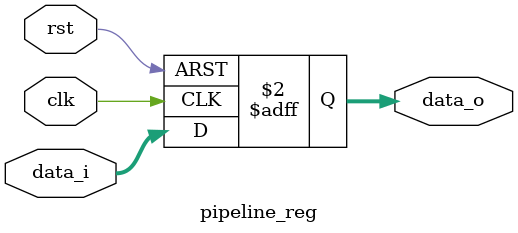
<source format=v>
module pipeline_reg(clk,rst,data_i,data_o);



input clk;
input rst;

parameter size = 0;


input wire	[size-1:0] data_i;
output [size-1:0] data_o;
reg [size-1:0] data_o;

always @(posedge clk,negedge rst) 
begin
	if(rst)
	   data_o<=data_i;
	else
	   data_o<=0; 
end

endmodule
</source>
